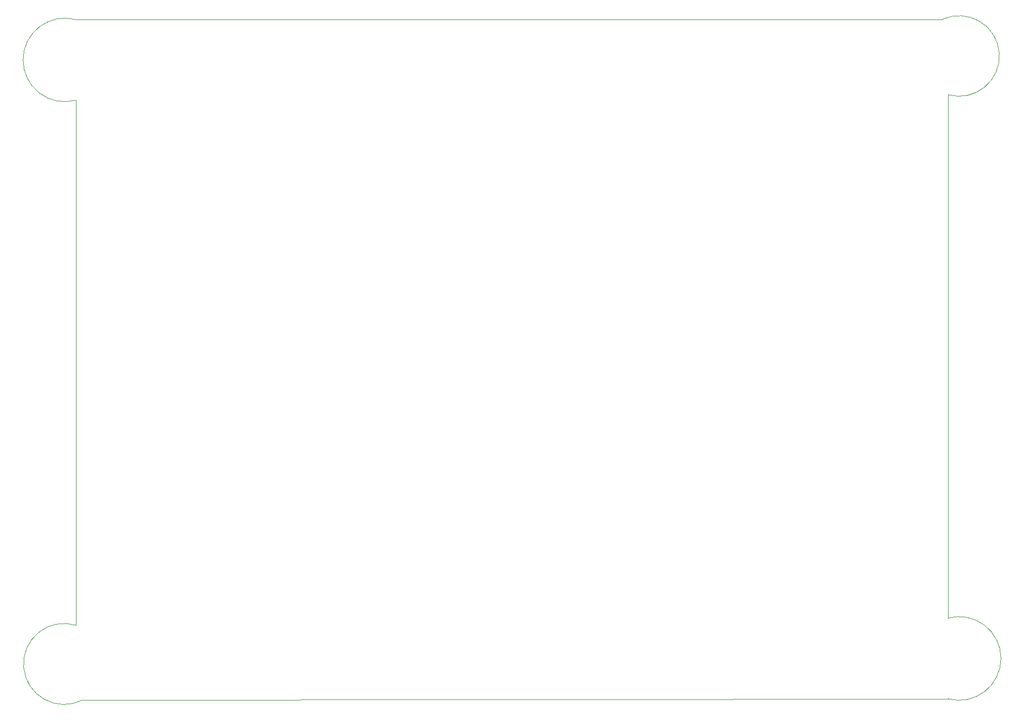
<source format=gbr>
G04 #@! TF.GenerationSoftware,KiCad,Pcbnew,(5.1.8)-1*
G04 #@! TF.CreationDate,2021-01-08T15:15:04-05:00*
G04 #@! TF.ProjectId,backplane,6261636b-706c-4616-9e65-2e6b69636164,rev?*
G04 #@! TF.SameCoordinates,Original*
G04 #@! TF.FileFunction,Profile,NP*
%FSLAX46Y46*%
G04 Gerber Fmt 4.6, Leading zero omitted, Abs format (unit mm)*
G04 Created by KiCad (PCBNEW (5.1.8)-1) date 2021-01-08 15:15:04*
%MOMM*%
%LPD*%
G01*
G04 APERTURE LIST*
G04 #@! TA.AperFunction,Profile*
%ADD10C,0.050000*%
G04 #@! TD*
G04 #@! TA.AperFunction,Profile*
%ADD11C,0.100000*%
G04 #@! TD*
G04 APERTURE END LIST*
D10*
X119311213Y-47551490D02*
G75*
G02*
X119313000Y-34611000I-1776213J6470490D01*
G01*
X259265213Y-130736490D02*
G75*
G02*
X259267000Y-143704000I1779787J-6483510D01*
G01*
X120319834Y-143929306D02*
G75*
G02*
X119313000Y-131886001I-2911834J5820306D01*
G01*
X258357221Y-34558485D02*
G75*
G02*
X259267001Y-46668999I2687779J-5887515D01*
G01*
D11*
X259267000Y-46669000D02*
X259265213Y-130736490D01*
X119313000Y-34611000D02*
X258357221Y-34558484D01*
X119313000Y-131886000D02*
X119311213Y-47551491D01*
X259267000Y-143704000D02*
X120319834Y-143929306D01*
M02*

</source>
